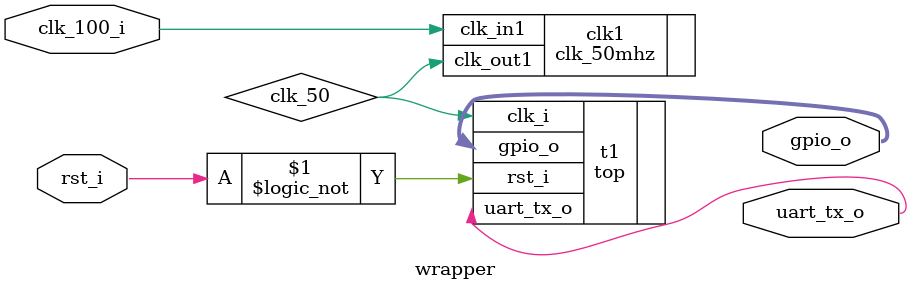
<source format=v>


module wrapper (
   input             clk_100_i,
   input             rst_i,
   output [7:0]      gpio_o,
   output            uart_tx_o
);

   wire clk_50;

   clk_50mhz clk1 (
      .clk_out1(clk_50),
      .clk_in1(clk_100_i)
   );

   top t1 (
      .clk_i(clk_50),
      .rst_i(!rst_i),
      .gpio_o(gpio_o),
      .uart_tx_o(uart_tx_o)
   );

endmodule

</source>
